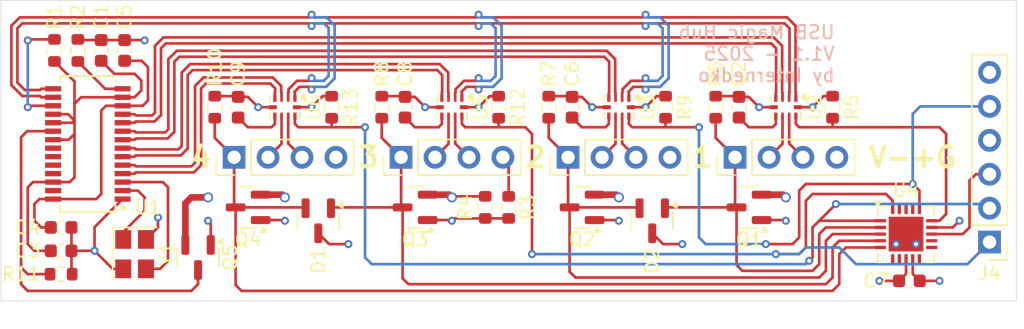
<source format=kicad_pcb>
(kicad_pcb (version 20221018) (generator pcbnew)

  (general
    (thickness 1.6)
  )

  (paper "A4")
  (layers
    (0 "F.Cu" signal)
    (1 "In1.Cu" signal)
    (2 "In2.Cu" signal)
    (31 "B.Cu" signal)
    (32 "B.Adhes" user "B.Adhesive")
    (33 "F.Adhes" user "F.Adhesive")
    (34 "B.Paste" user)
    (35 "F.Paste" user)
    (36 "B.SilkS" user "B.Silkscreen")
    (37 "F.SilkS" user "F.Silkscreen")
    (38 "B.Mask" user)
    (39 "F.Mask" user)
    (40 "Dwgs.User" user "User.Drawings")
    (41 "Cmts.User" user "User.Comments")
    (42 "Eco1.User" user "User.Eco1")
    (43 "Eco2.User" user "User.Eco2")
    (44 "Edge.Cuts" user)
    (45 "Margin" user)
    (46 "B.CrtYd" user "B.Courtyard")
    (47 "F.CrtYd" user "F.Courtyard")
    (48 "B.Fab" user)
    (49 "F.Fab" user)
    (50 "User.1" user)
    (51 "User.2" user)
    (52 "User.3" user)
    (53 "User.4" user)
    (54 "User.5" user)
    (55 "User.6" user)
    (56 "User.7" user)
    (57 "User.8" user)
    (58 "User.9" user)
  )

  (setup
    (stackup
      (layer "F.SilkS" (type "Top Silk Screen"))
      (layer "F.Paste" (type "Top Solder Paste"))
      (layer "F.Mask" (type "Top Solder Mask") (thickness 0.01))
      (layer "F.Cu" (type "copper") (thickness 0.035))
      (layer "dielectric 1" (type "prepreg") (thickness 0.1) (material "FR4") (epsilon_r 4.5) (loss_tangent 0.02))
      (layer "In1.Cu" (type "copper") (thickness 0.035))
      (layer "dielectric 2" (type "core") (thickness 1.24) (material "FR4") (epsilon_r 4.5) (loss_tangent 0.02))
      (layer "In2.Cu" (type "copper") (thickness 0.035))
      (layer "dielectric 3" (type "prepreg") (thickness 0.1) (material "FR4") (epsilon_r 4.5) (loss_tangent 0.02))
      (layer "B.Cu" (type "copper") (thickness 0.035))
      (layer "B.Mask" (type "Bottom Solder Mask") (thickness 0.01))
      (layer "B.Paste" (type "Bottom Solder Paste"))
      (layer "B.SilkS" (type "Bottom Silk Screen"))
      (copper_finish "None")
      (dielectric_constraints no)
    )
    (pad_to_mask_clearance 0)
    (aux_axis_origin 13 13)
    (grid_origin 13 13)
    (pcbplotparams
      (layerselection 0x00010fc_ffffffff)
      (plot_on_all_layers_selection 0x0000000_00000000)
      (disableapertmacros false)
      (usegerberextensions false)
      (usegerberattributes true)
      (usegerberadvancedattributes true)
      (creategerberjobfile false)
      (dashed_line_dash_ratio 12.000000)
      (dashed_line_gap_ratio 3.000000)
      (svgprecision 4)
      (plotframeref false)
      (viasonmask false)
      (mode 1)
      (useauxorigin true)
      (hpglpennumber 1)
      (hpglpenspeed 20)
      (hpglpendiameter 15.000000)
      (dxfpolygonmode true)
      (dxfimperialunits true)
      (dxfusepcbnewfont true)
      (psnegative false)
      (psa4output false)
      (plotreference true)
      (plotvalue true)
      (plotinvisibletext false)
      (sketchpadsonfab false)
      (subtractmaskfromsilk false)
      (outputformat 1)
      (mirror false)
      (drillshape 0)
      (scaleselection 1)
      (outputdirectory "")
    )
  )

  (net 0 "")
  (net 1 "/HUB_3.3V")
  (net 2 "Net-(U2-REF)")
  (net 3 "/GND")
  (net 4 "/HUB_1.8V")
  (net 5 "Net-(U3-REF)")
  (net 6 "/VCC_MCU")
  (net 7 "Net-(U5-REF)")
  (net 8 "Net-(U6-REF)")
  (net 9 "/VBUS1")
  (net 10 "/VBUS2")
  (net 11 "/VBUS3")
  (net 12 "/VBUS4")
  (net 13 "/SEL2")
  (net 14 "/SEL1")
  (net 15 "/~{RESET}")
  (net 16 "/SEL3")
  (net 17 "/~{PWR_ENABLE}")
  (net 18 "Net-(Q1-S)")
  (net 19 "/VBUS_HUB")
  (net 20 "Net-(U1-~{XRSTJ})")
  (net 21 "Net-(U1-REXT)")
  (net 22 "/SEL4")
  (net 23 "Net-(U1-XOUT)")
  (net 24 "Net-(U1-XIN)")
  (net 25 "/DFP4-")
  (net 26 "/DFP4+")
  (net 27 "/DFP3-")
  (net 28 "/DFP3+")
  (net 29 "/DFP2-")
  (net 30 "/DFP2+")
  (net 31 "/DFP1-")
  (net 32 "/DFP1+")
  (net 33 "/UFP-")
  (net 34 "/UFP+")
  (net 35 "unconnected-(U1-DRV-Pad22)")
  (net 36 "unconnected-(U1-LED1{slash}EESCL-Pad23)")
  (net 37 "unconnected-(U1-LED2-Pad24)")
  (net 38 "unconnected-(U1-PWRJ-Pad25)")
  (net 39 "unconnected-(U1-TESTJ{slash}EESDA-Pad27)")
  (net 40 "unconnected-(U4-NC-Pad6)")
  (net 41 "unconnected-(U4-NC-Pad7)")
  (net 42 "unconnected-(U4-NC-Pad10)")
  (net 43 "unconnected-(U4-XTAL1{slash}PB0-Pad11)")
  (net 44 "unconnected-(U4-XTAL2{slash}PB1-Pad12)")
  (net 45 "unconnected-(U4-NC-Pad17)")
  (net 46 "unconnected-(U4-NC-Pad18)")
  (net 47 "unconnected-(U4-NC-Pad19)")
  (net 48 "/D1-")
  (net 49 "/D1+")
  (net 50 "/D2-")
  (net 51 "/D2+")
  (net 52 "/D3-")
  (net 53 "/D3+")
  (net 54 "/D4-")
  (net 55 "/D4+")

  (footprint "Capacitor_SMD:C_0603_1608Metric" (layer "F.Cu") (at 17.5 30))

  (footprint "Resistor_SMD:R_0603_1608Metric" (layer "F.Cu") (at 50.25 21 -90))

  (footprint "Package_TO_SOT_SMD:SOT-23" (layer "F.Cu") (at 27.75 32.25 -90))

  (footprint "Package_TO_SOT_SMD:SOT-23" (layer "F.Cu") (at 36.75 29.5 -90))

  (footprint "Package_DFN_QFN:QFN-20-1EP_4x4mm_P0.5mm_EP2.6x2.6mm" (layer "F.Cu") (at 80.75 30.5))

  (footprint "Resistor_SMD:R_0603_1608Metric" (layer "F.Cu") (at 49.25 28.5 -90))

  (footprint "Package_TO_SOT_SMD:SOT-23" (layer "F.Cu") (at 44 28.5 180))

  (footprint "Resistor_SMD:R_0603_1608Metric" (layer "F.Cu") (at 62.75 21 -90))

  (footprint "Resistor_SMD:R_0603_1608Metric" (layer "F.Cu") (at 37.75 21 -90))

  (footprint "Package_SO:SSOP-28_3.9x9.9mm_P0.635mm" (layer "F.Cu") (at 19.5 23.75 180))

  (footprint "Resistor_SMD:R_0603_1608Metric" (layer "F.Cu") (at 17 16.75 -90))

  (footprint "Resistor_SMD:R_0603_1608Metric" (layer "F.Cu") (at 29 21 -90))

  (footprint "Capacitor_SMD:C_0603_1608Metric" (layer "F.Cu") (at 30.75 21 90))

  (footprint "Connector_PinHeader_2.54mm:PinHeader_1x04_P2.54mm_Vertical" (layer "F.Cu") (at 67.95 24.75 90))

  (footprint "Capacitor_SMD:C_0603_1608Metric" (layer "F.Cu") (at 17.5 31.75))

  (footprint "Resistor_SMD:R_0603_1608Metric" (layer "F.Cu") (at 18.75 16.75 -90))

  (footprint "Package_TO_SOT_SMD:SOT-23" (layer "F.Cu") (at 69 28.5 180))

  (footprint "Connector_PinHeader_2.54mm:PinHeader_1x04_P2.54mm_Vertical" (layer "F.Cu") (at 55.45 24.75 90))

  (footprint "Package_TO_SOT_SMD:SOT-23" (layer "F.Cu") (at 61.75 29.5 -90))

  (footprint "Package_DFN_QFN:Texas_UQFN-10_1.5x2mm_P0.5mm" (layer "F.Cu") (at 59.25 21 -90))

  (footprint "Capacitor_SMD:C_0603_1608Metric" (layer "F.Cu") (at 81 34 180))

  (footprint "Capacitor_SMD:C_0603_1608Metric" (layer "F.Cu") (at 43.25 21 90))

  (footprint "Resistor_SMD:R_0603_1608Metric" (layer "F.Cu") (at 51 28.5 -90))

  (footprint "Resistor_SMD:R_0603_1608Metric" (layer "F.Cu") (at 17.5 33.5 180))

  (footprint "Connector_PinHeader_2.54mm:PinHeader_1x04_P2.54mm_Vertical" (layer "F.Cu") (at 42.95 24.75 90))

  (footprint "Connector_PinHeader_2.54mm:PinHeader_1x06_P2.54mm_Vertical" (layer "F.Cu") (at 87 31.1 180))

  (footprint "Capacitor_SMD:C_0603_1608Metric" (layer "F.Cu") (at 22.25 16.75 90))

  (footprint "Resistor_SMD:R_0603_1608Metric" (layer "F.Cu") (at 75.25 21 -90))

  (footprint "Package_TO_SOT_SMD:SOT-23" (layer "F.Cu") (at 31.5 28.5 180))

  (footprint "Crystal:Crystal_SMD_3225-4Pin_3.2x2.5mm" (layer "F.Cu") (at 23 32 -90))

  (footprint "Package_TO_SOT_SMD:SOT-23" (layer "F.Cu") (at 56.5 28.5 180))

  (footprint "Package_DFN_QFN:Texas_UQFN-10_1.5x2mm_P0.5mm" (layer "F.Cu") (at 46.75 21 -90))

  (footprint "Connector_PinHeader_2.54mm:PinHeader_1x04_P2.54mm_Vertical" (layer "F.Cu") (at 30.45 24.75 90))

  (footprint "Package_DFN_QFN:Texas_UQFN-10_1.5x2mm_P0.5mm" (layer "F.Cu") (at 71.75 21 -90))

  (footprint "Resistor_SMD:R_0603_1608Metric" (layer "F.Cu") (at 66.5 21 -90))

  (footprint "Resistor_SMD:R_0603_1608Metric" (layer "F.Cu") (at 54 21 -90))

  (footprint "Capacitor_SMD:C_0603_1608Metric" (layer "F.Cu") (at 68.25 21 90))

  (footprint "Resistor_SMD:R_0603_1608Metric" (layer "F.Cu") (at 41.5 21 -90))

  (footprint "Package_DFN_QFN:Texas_UQFN-10_1.5x2mm_P0.5mm" (layer "F.Cu") (at 34.25 21 -90))

  (footprint "MountingHole:MountingHole_3.2mm_M3" (layer "F.Cu") (at 80 17))

  (footprint "Capacitor_SMD:C_0603_1608Metric" (layer "F.Cu") (at 55.75 21 90))

  (footprint "Capacitor_SMD:C_0603_1608Metric" (layer "F.Cu") (at 20.5 16.75 90))

  (gr_rect (start 13 13) (end 89 35.5)
    (stroke (width 0.05) (type default)) (fill none) (layer "Edge.Cuts") (tstamp b5589697-c688-471d-a87d-90ced1776025))
  (gr_text "USB Magic Hub\nV1.1 - 2025\nby Internedko" (at 75.5 17) (layer "B.SilkS") (tstamp 3481b98f-3c65-4e42-b6b7-ca700bc3e6f6)
    (effects (font (size 1 1) (thickness 0.15)) (justify left mirror))
  )
  (gr_text "1" (at 65.5 24.75) (layer "F.SilkS") (tstamp 1ae464ae-268c-40b4-b93e-37464e9f063a)
    (effects (font (size 1.5 1.5) (thickness 0.3) bold))
  )
  (gr_text "V-+G" (at 81.25 24.75) (layer "F.SilkS") (tstamp 4eac1b0c-cbe7-40ab-bc7d-93880328da29)
    (effects (font (size 1.5 1.5) (thickness 0.3) bold))
  )
  (gr_text "2" (at 53 24.75) (layer "F.SilkS") (tstamp 63a69254-2145-4ca0-bcc4-73c44fe57bbf)
    (effects (font (size 1.5 1.5) (thickness 0.3) bold))
  )
  (gr_text "4" (at 28 24.75) (layer "F.SilkS") (tstamp a93003f9-c583-4951-96b0-8a2dcbfb8768)
    (effects (font (size 1.5 1.5) (thickness 0.3) bold))
  )
  (gr_text "3" (at 40.5 24.75) (layer "F.SilkS") (tstamp e73ab82f-f664-42e4-9d7a-18bad2fe41d5)
    (effects (font (size 1.5 1.5) (thickness 0.3) bold))
  )

  (segment (start 16.9 23.4325) (end 18.0675 23.4325) (width 0.2) (layer "F.Cu") (net 1) (tstamp 1bcbe2f4-edb5-4e4b-a91f-b89c2815ffa1))
  (segment (start 23.5 19) (end 23 18.5) (width 0.2) (layer "F.Cu") (net 1) (tstamp 21bfd4c0-6a5a-4c0a-8d3f-46d2b852c425))
  (segment (start 16.9 21.5275) (end 18.0275 21.5275) (width 0.2) (layer "F.Cu") (net 1) (tstamp 2793b8f2-40e3-4b8a-ae6e-63c22594af18))
  (segment (start 16.9 26.6075) (end 18.1425 26.6075) (width 0.2) (layer "F.Cu") (net 1) (tstamp 2dd1cff3-55ce-4f4e-a14b-ce7fc9b99d1c))
  (segment (start 18.5 20.75) (end 18.9925 20.2575) (width 0.2) (layer "F.Cu") (net 1) (tstamp 2e8cc5d2-6797-4da0-8d42-f28cfbdffd1d))
  (segment (start 15.5 31.75) (end 16.725 31.75) (width 0.2) (layer "F.Cu") (net 1) (tstamp 3b124af7-8d17-41c2-8e0e-541f8400e497))
  (segment (start 18.5 26.25) (end 18.5 23) (width 0.2) (layer "F.Cu") (net 1) (tstamp 44be52a2-e08a-4e26-9a83-b8c99fddf002))
  (segment (start 15.3925 26.6075) (end 15 27) (width 0.2) (layer "F.Cu") (net 1) (tstamp 4f81cda4-5ec6-4af0-a133-034976890732))
  (segment (start 18.5 22) (end 18.5 20.75) (width 0.2) (layer "F.Cu") (net 1) (tstamp 5ddd1a37-bd45-414e-aeb8-7f0f46850d73))
  (segment (start 22.9925 20.2575) (end 23.5 19.75) (width 0.2) (layer "F.Cu") (net 1) (tstamp 64aa6809-6a3c-4c94-b10b-bf749624d3e2))
  (segment (start 16.9 22.1625) (end 18.3375 22.1625) (width 0.2) (layer "F.Cu") (net 1) (tstamp 6848452f-ce5c-4b3f-96c3-858af4c90e4f))
  (segment (start 22.1 20.2575) (end 22.9925 20.2575) (width 0.2) (layer "F.Cu") (net 1) (tstamp 81ed067b-bb3f-40d0-88fa-f64bbc586bec))
  (segment (start 15 31.25) (end 15.5 31.75) (width 0.2) (layer "F.Cu") (net 1) (tstamp 8232ed46-19ef-40f5-8ea9-b75f4f796619))
  (segment (start 18.5 19.075) (end 17 17.575) (width 0.2) (layer "F.Cu") (net 1) (tstamp 84d69aec-9663-4cce-b2ce-bfd82c72fb60))
  (segment (start 18.0275 21.5275) (end 18.5 22) (width 0.2) (layer "F.Cu") (net 1) (tstamp 86a3c143-56e2-4222-95d8-97e19d848071))
  (segment (start 21.475 18.5) (end 20.5 17.525) (width 0.2) (layer "F.Cu") (net 1) (tstamp 927c637a-a0d1-408e-ab81-f56edd5e2140))
  (segment (start 23 18.5) (end 21.475 18.5) (width 0.2) (layer "F.Cu") (net 1) (tstamp 9876d916-eb29-4c2f-be74-db5f58e622e1))
  (segment (start 18.9925 20.2575) (end 22.1 20.2575) (width 0.2) (layer "F.Cu") (net 1) (tstamp acfd9f0b-bd1a-462c-938f-3a1bc6e6013d))
  (segment (start 18.1425 26.6075) (end 18.5 26.25) (width 0.2) (layer "F.Cu") (net 1) (tstamp cebb3e70-5420-45a8-82fb-66d9a16d2f48))
  (segment (start 18.0675 23.4325) (end 18.5 23) (width 0.2) (layer "F.Cu") (net 1) (tstamp d5e561ba-4299-4736-9da6-a087bfba24f1))
  (segment (start 16.9 26.6075) (end 15.3925 26.6075) (width 0.2) (layer "F.Cu") (net 1) (tstamp dca572fc-cf3d-4c22-aaba-d4284eb458d2))
  (segment (start 18.5 20.75) (end 18.5 19.075) (width 0.2) (layer "F.Cu") (net 1) (tstamp dd6b09c8-4331-4a37-b628-dc9bb5ff920c))
  (segment (start 18.5 23) (end 18.5 22) (width 0.2) (layer "F.Cu") (net 1) (tstamp e57749a7-7b0e-4c1a-b8a2-f33e65f97cac))
  (segment (start 15 27) (end 15 31.25) (width 0.2) (layer "F.Cu") (net 1) (tstamp ecc67431-ad84-4e03-91f0-b67bb9db5b01))
  (segment (start 23.5 19.75) (end 23.5 19) (width 0.2) (layer "F.Cu") (net 1) (tstamp f85ed935-8378-4f93-961a-f2bc444b5d85))
  (segment (start 18.3375 22.1625) (end 18.5 22) (width 0.2) (layer "F.Cu") (net 1) (tstamp fbf87728-1716-4759-b4b2-1d5737e73c18))
  (segment (start 71 22.25) (end 70.75 22.5) (width 0.2) (layer "F.Cu") (net 2) (tstamp a0ccc694-21c2-4ba4-848e-8ad5a6c6d430))
  (segment (start 71 21.675) (end 71 22.25) (width 0.2) (layer "F.Cu") (net 2) (tstamp cd90bfb8-b9ff-4350-b16f-9c7f4125079b))
  (segment (start 70.75 22.5) (end 68.975 22.5) (width 0.2) (layer "F.Cu") (net 2) (tstamp ef9889a3-5578-408a-aa1f-a9659b89c1d6))
  (segment (start 68.975 22.5) (end 68.25 21.775) (width 0.2) (layer "F.Cu") (net 2) (tstamp fe3f4316-32af-4c47-a9d6-05d7fa348af6))
  (segment (start 80.75 32.425) (end 80.75 33.475) (width 0.2) (layer "F.Cu") (net 3) (tstamp 035195bb-ccd7-4475-a0b9-b4f776297afa))
  (segment (start 21.35 33.1) (end 20 31.75) (width 0.2) (layer "F.Cu") (net 3) (tstamp 1173751f-693a-48d7-befc-1f34daec63da))
  (segment (start 41.5 20.175) (end 43.2 20.175) (width 0.2) (layer "F.Cu") (net 3) (tstamp 12bf7536-b244-432b-bdce-c8aacebdbbca))
  (segment (start 70.85 21) (end 69.75 21) (width 0.2) (layer "F.Cu") (net 3) (tstamp 14075e3f-f279-48cb-8c8e-0970f6c3f7a6))
  (segment (start 20.5 15.975) (end 18.8 15.975) (width 0.2) (layer "F.Cu") (net 3) (tstamp 18223e7c-5c5a-4703-b1b7-19cf4f6b0852))
  (segment (start 18.275 31.75) (end 20 31.75) (width 0.2) (layer "F.Cu") (net 3) (tstamp 1b4e864c-d37c-4504-9a6b-522f06eaf007))
  (segment (start 51 27.675) (end 51 25.18) (width 0.2) (layer "F.Cu") (net 3) (tstamp 1e133a50-40dd-4d80-aa60-5afe89c82b36))
  (segment (start 45.85 21) (end 44.75 21) (width 0.2) (layer "F.Cu") (net 3) (tstamp 1ead5278-dbb5-4b97-82d2-a666907767c1))
  (segment (start 24.75 30) (end 24.75 29.25) (width 0.2) (layer "F.Cu") (net 3) (tstamp 2d84e6b2-7dd5-4c98-87d3-900610cbfd29))
  (segment (start 31.475 20.225) (end 32.25 21) (width 0.2) (layer "F.Cu") (net 3) (tstamp 3303ab9d-36de-49d0-bb29-7d6db324809a))
  (segment (start 20 29.9775) (end 20 31.75) (width 0.2) (layer "F.Cu") (net 3) (tstamp 334ca3b7-cab5-4033-b2b0-c2acad916ec1))
  (segment (start 51 25.18) (end 50.57 24.75) (width 0.2) (layer "F.Cu") (net 3) (tstamp 4146d53a-4f75-46b3-b5ac-1aeb5c73cc44))
  (segment (start 18.8 15.975) (end 18.75 15.925) (width 0.2) (layer "F.Cu") (net 3) (tstamp 46270281-b3ae-4a72-a304-c710e7feb25d))
  (segment (start 54 20.175) (end 55.7 20.175) (width 0.2) (layer "F.Cu") (net 3) (tstamp 4c8c3665-3449-4150-aa5f-cb442f47f08f))
  (segment (start 23.725 15.975) (end 23.75 16) (width 0.2) (layer "F.Cu") (net 3) (tstamp 50fa9d28-145a-40c3-ba43-98390d7f48a4))
  (segment (start 43.25 20.225) (end 43.975 20.225) (width 0.2) (layer "F.Cu") (net 3) (tstamp 5bdb12a5-171e-46fa-8dff-b6b8a38bc7a6))
  (segment (start 33.35 21) (end 32.25 21) (width 0.2) (layer "F.Cu") (net 3) (tstamp 67cc1057-dbc0-40f9-80c4-7e5756bc4de1))
  (segment (start 30.75 20.225) (end 31.475 20.225) (width 0.2) (layer "F.Cu") (net 3) (tstamp 7172902a-ac30-4c86-831e-bd2d3b65b960))
  (segment (start 18.275001 30.000001) (end 18.275 29.725) (width 0.2) (layer "F.Cu") (net 3) (tstamp 72be314f-ba4f-432d-8700-859f8bd23e62))
  (segment (start 56.475 20.225) (end 57.25 21) (width 0.2) (layer "F.Cu") (net 3) (tstamp 7c729418-3f5e-4c01-98a0-8100f20e8f9c))
  (segment (start 18.275 31.75) (end 18.275 33.45) (width 0.2) (layer "F.Cu") (net 3) (tstamp 8145f723-8f2b-4f6e-bb76-597fa33797a3))
  (segment (start 80.225 34) (end 78.75 34) (width 0.2) (layer "F.Cu") (net 3) (tstamp 887d652c-441f-4e96-bf58-f9a5ed1602f7))
  (segment (start 68.975 20.225) (end 69.75 21) (width 0.2) (layer "F.Cu") (net 3) (tstamp 8fcac191-bab9-4f25-a18a-1c4567c808b1))
  (segment (start 23.85 30.9) (end 24.75 30) (width 0.2) (layer "F.Cu") (net 3) (tstamp 92b3a389-0587-4358-a8cc-4b423a3cc9fd))
  (segment (start 18.275 33.45) (end 18.325 33.5) (width 0.2) (layer "F.Cu") (net 3) (tstamp 94f89520-9062-4a50-b656-170a848a82df))
  (segment (start 22.25 15.975) (end 20.5 15.975) (width 0.2) (layer "F.Cu") (net 3) (tstamp 9a822b56-e272-4aad-978d-844418857261))
  (segment (start 80.75 33.475) (end 80.225 34) (width 0.2) (layer "F.Cu") (net 3) (tstamp acfdf9af-0940-4aba-989a-5e0b60246dbc))
  (segment (start 68.2 20.175) (end 68.25 20.225) (width 0.2) (layer "F.Cu") (net 3) (tstamp ba97f2b1-4297-440c-9941-acea9a590a25))
  (segment (start 43.2 20.175) (end 43.25 20.225) (width 0.2) (layer "F.Cu") (net 3) (tstamp bea8b4cc-4553-4f38-9b3c-360ab30d78b9))
  (segment (start 29 20.175) (end 30.7 20.175) (width 0.2) (layer "F.Cu") (net 3) (tstamp bf1ef48c-295a-4884-9b6e-35331c651209))
  (segment (start 58.35 21) (end 57.25 21) (width 0.2) (layer "F.Cu") (net 3) (tstamp c6382bab-daa4-42af-843d-95b769aae09a))
  (segment (start 22.1 27.8775) (end 20 29.9775) (width 0.2) (layer "F.Cu") (net 3) (tstamp cfa9e976-7224-4f48-aa7b-29334353303a))
  (segment (start 18.275 30) (end 18.275 31.75) (width 0.2) (layer "F.Cu") (net 3) (tstamp d09dcfec-bf62-420c-88e4-e350115b4213))
  (segment (start 55.7 20.175) (end 55.75 20.225) (width 0.2) (layer "F.Cu") (net 3) (tstamp da08c526-ce19-45ae-9bd1-03b668cc1ca4))
  (segment (start 30.7 20.175) (end 30.75 20.225) (width 0.2) (layer "F.Cu") (net 3) (tstamp e03f7dc7-d953-48fe-b63f-8da10782805d))
  (segment (start 68.25 20.225) (end 68.975 20.225) (width 0.2) (layer "F.Cu") (net 3) (tstamp e05d93a4-167e-44fe-adbb-4b5501afac4f))
  (segment (start 43.975 20.225) (end 44.75 21) (width 0.2) (layer "F.Cu") (net 3) (tstamp e088ef01-d8c8-4a6b-bfad-cd2ef7c1da65))
  (segment (start 55.75 20.225) (end 56.475 20.225) (width 0.2) (layer "F.Cu") (net 3) (tstamp e0c2d784-c30f-4670-b266-287460b67861))
  (segment (start 66.5 20.175) (end 68.2 20.175) (width 0.2) (layer "F.Cu") (net 3) (tstamp e1d8a909-9ce6-4e5f-9089-47d7a9169975))
  (segment (start 22.15 33.1) (end 21.35 33.1) (width 0.2) (layer "F.Cu") (net 3) (tstamp e4d750cf-783c-4869-8d95-47da2add310d))
  (segment (start 22.25 15.975) (end 23.725 15.975) (width 0.2) (layer "F.Cu") (net 3) (tstamp ef5f35a8-c9d3-412a-9f54-31f49b25842a))
  (via (at 80 31.25) (size 0.6) (drill 0.3) (layers "F.Cu" "B.Cu") (net 3) (tstamp 57797506-36fa-4b74-9a56-53399d7c9a45))
  (via (at 20 31.75) (size 0.6) (drill 0.3) (layers "F.Cu" "B.Cu") (net 3) (tstamp 67ea1faa-738c-4267-8548-75d4b1a8cfb7))
  (via (at 32.25 21) (size 0.6) (drill 0.3) (layers "F.Cu" "B.Cu") (net 3) (tstamp 8e4c3c67-0367-478f-b913-5460fb1f59f4))
  (via (at 81.5 31.25) (size 0.6) (drill 0.3) (layers "F.Cu" "B.Cu") (net 3) (tstamp 9792b0ea-ad16-4640-86e8-94f9a4b78191))
  (via (at 78.75 34) (size 0.6) (drill 0.3) (layers "F.Cu" "B.Cu") (net 3) (tstamp 9cf09b8f-26e6-4313-b05a-778ce417560d))
  (via (at 23.75 16) (size 0.6) (drill 0.3) (layers "F.Cu" "B.Cu") (net 3) (tstamp a34569e2-f9a4-4b83-b061-d08333791742))
  (via (at 69.75 21) (size 0.6) (drill 0.3) (layers "F.Cu" "B.Cu") (net 3) (tstamp b1fdbc22-04da-4bb0-838d-11d78f4116b9))
  (via (at 57.25 21) (size 0.6) (drill 0.3) (layers "F.Cu" "B.Cu") (net 3) (tstamp c34436eb-4f02-49de-88f3-937e49697da9))
  (via (at 24.75 29.25) (size 0.6) (drill 0.3) (layers "F.Cu" "B.Cu") (net 3) (tstamp e733ad17-3266-4180-ae45-3feed0bb4103))
  (via (at 44.75 21) (size 0.6) (drill 0.3) (layers "F.Cu" "B.Cu") (net 3) (tstamp f556c9fa-8d4d-4b39-976e-17950ce0641d))
  (segment (start 20.5 21.25) (end 20.5 27.5) (width 0.2) (layer "F.Cu") (net 4) (tstamp 04cdb7cc-ae26-4c12-b16f-44a41777175c))
  (segment (start 20.5 27.5) (end 20.1225 27.8775) (width 0.2) (layer "F.Cu") (net 4) (tstamp 06748f88-3dda-4d26-b6e2-82b9e720eb48))
  (segment (start 22.1 20.8925) (end 23.6075 20.8925) (width 0.2) (layer "F.Cu") (net 4) (tstamp 2dbb57b3-1eac-4ee0-9be0-57445d04a4bd))
  (segment (start 23.525 17.525) (end 22.25 17.525) (width 0.2) (layer "F.Cu") (net 4) (tstamp 3e54c09b-4078-44f5-ad2f-61e040284ffd))
  (segment (start 16.9 27.8775) (end 15.8725 27.8775) (width 0.2) (layer "F.Cu") (net 4) (tstamp 47bdbb1d-c17b-4ce4-8ebd-1311caffbf87))
  (segment (start 20.8575 20.8925) (end 20.5 21.25) (width 0.2) (layer "F.Cu") (net 4) (tstamp 4904c760-2312-4364-93fa-4d23bcb0be91))
  (segment (start 16 30) (end 16.725 30) (width 0.2) (layer "F.Cu") (net 4) (tstamp 5423263c-f789-4ed5-bbc4-a73dfb0e4644))
  (segment (start 23.6075 20.8925) (end 24 20.5) (width 0.2) (layer "F.Cu") (net 4) (tstamp 569358fb-2813-43c5-9233-20eeb09c1afd))
  (segment (start 24 18) (end 23.525 17.525) (width 0.2) (layer "F.Cu") (net 4) (tstamp 5db6ed51-43be-4b23-8107-3bd064fc38d0))
  (segment (start 15.5 29.5) (end 16 30) (width 0.2) (layer "F.Cu") (net 4) (tstamp 7aa1ad89-8416-4b63-917a-60a58961ae5f))
  (segment (start 22.1 20.8925) (end 20.8575 20.8925) (width 0.2) (layer "F.Cu") (net 4) (tstamp 84bf43a5-8db1-4d16-bc21-2c72c522ce0b))
  (segment (start 24 20.5) (end 24 18) (width 0.2) (layer "F.Cu") (net 4) (tstamp 922ab673-aa94-4f47-917d-3d463c8ddaf4))
  (segment (start 15.8725 27.8775) (end 15.5 28.25) (width 0.2) (layer "F.Cu") (net 4) (tstamp b6524bcf-0b69-4649-8068-41d054ef7f8f))
  (segment (start 15.5 28.25) (end 15.5 29.5) (width 0.2) (layer "F.Cu") (net 4) (tstamp d48cd7e2-4ed1-4c19-8f1b-9f87847f991c))
  (segment (start 20.1225 27.8775) (end 16.9 27.8775) (width 0.2) (layer "F.Cu") (net 4) (tstamp e5d96ea0-227d-4aec-af32-35b87196d392))
  (segment (start 58.5 21.675) (end 58.5 22.25) (width 0.2) (layer "F.Cu") (net 5) (tstamp 48d15175-1a56-48e6-94c3-04cc5fd40482))
  (segment (start 56.475 22.5) (end 55.75 21.775) (width 0.2) (layer "F.Cu") (net 5) (tstamp 5d1ceabd-20b9-40ae-8a7c-4c346295b5ca))
  (segment (start 58.5 22.25) (end 58.25 22.5) (width 0.2) (layer "F.Cu") (net 5) (tstamp d1b7775a-7a0f-4004-b959-a1e27707194f))
  (segment (start 58.25 22.5) (end 56.475 22.5) (width 0.2) (layer "F.Cu") (net 5) (tstamp fde2a044-2e46-4579-8b3b-d2681f6d2f51))
  (segment (start 36.75 30.4375) (end 37.5625 31.25) (width 0.2) (layer "F.Cu") (net 6) (tstamp 067344d9-695a-4a45-9639-440eef9e9941))
  (segment (start 74.575 20.175) (end 73.75 21) (width 0.2) (layer "F.Cu") (net 6) (tstamp 0f036211-ce7d-424a-ac70-b21596b05ab5))
  (segment (start 62.75 20.175) (end 62.075 20.175) (width 0.2) (layer "F.Cu") (net 6) (tstamp 1f93352d-3ab5-42ae-a197-80ec8977bed1))
  (segment (start 62.5625 31.25) (end 64 31.25) (width 0.2) (layer "F.Cu") (net 6) (tstamp 21dec218-f792-4461-8443-fb7fe5d116fb))
  (segment (start 49.575 20.175) (end 48.75 21) (width 0.2) (layer "F.Cu") (net 6) (tstamp 2c22ba10-0799-4a9a-84ce-3bc81335b913))
  (segment (start 37.5625 31.25) (end 39 31.25) (width 0.2) (layer "F.Cu") (net 6) (tstamp 3c96f87c-9a68-4c28-9ed7-4844182dbcf2))
  (segment (start 37.075 20.175) (end 36.25 21) (width 0.2) (layer "F.Cu") (net 6) (tstamp 5099f06b-65be-4b02-928f-1e369ef379c5))
  (segment (start 81.25 33.475) (end 81.775 34) (width 0.2) (layer "F.Cu") (net 6) (tstamp 6626cfcf-aeff-4924-a200-d47adc15b9b8))
  (segment (start 60.15 21) (end 61.25 21) (width 0.2) (layer "F.Cu") (net 6) (tstamp 703889c4-b90b-45ce-9407-98628000d4fb))
  (segment (start 50.25 20.175) (end 49.575 20.175) (width 0.2) (layer "F.Cu") (net 6) (tstamp 72296cd6-11bd-4720-98e9-d8a39c844a2d))
  (segment (start 61.75 30.4375) (end 62.5625 31.25) (width 0.2) (layer "F.Cu") (net 6) (tstamp 728c114c-d141-4cc0-bb88-a2edf037a4e8))
  (segment (start 47.65 21) (end 48.75 21) (width 0.2) (layer "F.Cu") (net 6) (tstamp 78df6e4a-63b0-4996-90ce-7ab06d672d4d))
  (segment (start 37.75 20.175) (end 37.075 20.175) (width 0.2) (layer "F.Cu") (net 6) (tstamp 83aa1d43-d967-4d05-88dd-0213661415f7))
  (segment (start 75.25 20.175) (end 74.575 20.175) (width 0.2) (layer "F.Cu") (net 6) (tstamp 87e90f9f-0bfe-406b-b365-ec50421a36f2))
  (segment (start 62.075 20.175) (end 61.25 21) (width 0.2) (layer "F.Cu") (net 6) (tstamp a55ee62d-cca4-4004-9fc1-d6889af676bc))
  (segment (start 35.15 21) (end 36.25 21) (width 0.2) (layer "F.Cu") (net 6) (tstamp b7a4ca80-6718-4e54-b62d-1d291a0db714))
  (segment (start 81.25 32.425) (end 81.25 33.475) (width 0.2) (layer "F.Cu") (net 6) (tstamp d29ecac5-eccf-45b9-9a3c-c14fd31b62c9))
  (segment (start 81.775 34) (end 83.25 34) (width 0.2) (layer "F.Cu") (net 6) (tstamp eb39cbe7-f1f4-4d0b-815b-47ab0338f4e4))
  (segment (start 72.65 21) (end 73.75 21) (width 0.2) (layer "F.Cu") (net 6) (tstamp fae86873-5c39-4cf5-950b-0a5e58a49202))
  (via (at 61.25 21) (size 0.6) (drill 0.3) (layers "F.Cu" "B.Cu") (net 6) (tstamp 01956455-ea6e-43fe-ae64-bbc89bb331f6))
  (via (at 83.25 34) (size 0.6) (drill 0.3) (layers "F.Cu" "B.Cu") (net 6) (tstamp 3680a02e-0bfd-43f5-9b78-39f1ecbc96c1))
  (via (at 48.75 21) (size 0.6) (drill 0.3) (layers "F.Cu" "B.Cu") (net 6) (tstamp 3ca44dc1-e6db-4304-b412-e2f8bbe3f1df))
  (via (at 64 31.25) (size 0.6) (drill 0.3) (layers "F.Cu" "B.Cu") (net 6) (tstamp 5a3d0042-08e3-4a5c-b868-7f15bb64e926))
  (via (at 36.25 21) (size 0.6) (drill 0.3) (layers "F.Cu" "B.Cu") (net 6) (tstamp 7a7a1524-ce19-47c2-822f-c03e3fca3974))
  (via (at 73.75 21) (size 0.6) (drill 0.3) (layers "F.Cu" "B.Cu") (net 6) (tstamp bd767806-1ea9-43e1-a789-403c4248ad5a))
  (via (at 39 31.25) (size 0.6) (drill 0.3) (layers "F.Cu" "B.Cu") (net 6) (tstamp d256db0b-8bc4-4804-a74b-c789f0b2eb0e))
  (segment (start 46 21.675) (end 46 22.25) (width 0.2) (layer "F.Cu") (net 7) (tstamp 66e0b41c-9c29-4d5c-a282-c22b43d7d46e))
  (segment (start 45.75 22.5) (end 43.975 22.5) (width 0.2) (layer "F.Cu") (net 7) (tstamp 873c96df-32c9-4ee4-9e4f-5d1bfa519f5e))
  (segment (start 43.975 22.5) (end 43.25 21.775) (width 0.2) (layer "F.Cu") (net 7) (tstamp 9a57cee2-4d71-4ba6-abfe-fa99052ca120))
  (segment (start 46 22.25) (end 45.75 22.5) (width 0.2) (layer "F.Cu") (net 7) (tstamp f8049e70-46ec-4a51-ae45-ffd43afabac8))
  (segment (start 33.5 21.675) (end 33.5 22.25) (width 0.2) (layer "F.Cu") (net 8) (tstamp 10a175cb-e8d8-4fa1-bddb-dabe306be797))
  (segment (start 33.5 22.25) (end 33.25 22.5) (width 0.2) (layer "F.Cu") (net 8) (tstamp 7da91e2c-cd6f-46a4-a439-8735e1a2444c))
  (segment (start 33.25 22.5) (end 31.475 22.5) (width 0.2) (layer "F.Cu") (net 8) (tstamp b5c2d0c2-5307-4c92-ba42-e49ce43e78a8))
  (segment (start 31.475 22.5) (end 30.75 21.775) (width 0.2) (layer "F.Cu") (net 8) (tstamp db732d93-e8de-4540-8385-891e3e93ac16))
  (segment (start 66.5 23.3) (end 67.95 24.75) (width 0.2) (layer "F.Cu") (net 9) (tstamp 012b30ea-e45b-4888-beab-81fc71b062c9))
  (segment (start 68.5 33.25) (end 73.75 33.25) (width 0.2) (layer "F.Cu") (net 9) (tstamp 1e7da2bb-52d2-44e8-b3cb-1616af376586))
  (segment (start 62.7625 28.5) (end 68.0625 28.5) (width 0.2) (layer "F.Cu") (net 9) (tstamp 25b55041-a07f-434b-bca8-e62c46b66f45))
  (segment (start 74.75 30) (end 78.825 30) (width 0.2) (layer "F.Cu") (net 9) (tstamp 2f5be962-20b1-481c-ae2d-5e90a22b5e40))
  (segment (start 66.5 21.825) (end 66.5 23.3) (width 0.2) (layer "F.Cu") (net 9) (tstamp 341549d8-e282-47ed-8a0a-54f1c17995f2))
  (segment (start 62.7 28.5625) (end 62.7625 28.5) (width 0.2) (layer "F.Cu") (net 9) (tstamp 353f6083-bc1c-42f7-94db-989b24f04780))
  (segment (start 67.95 28.3875) (end 68.0625 28.5) (width 0.2) (layer "F.Cu") (net 9) (tstamp 4be1602b-517d-4c2b-8569-cbe369b0c484))
  (segment (start 68.0625 32.8125) (end 68.0625 28.5) (width 0.2) (layer "F.Cu") (net 9) (tstamp 6a36bb5c-60b9-48a8-8d0d-837c2a01fdf4))
  (segment (start 74.25 30.5) (end 74.75 30) (width 0.2) (layer "F.Cu") (net 9) (tstamp 78b6f7c5-a06e-472f-9193-37c3ea3dadfb))
  (segment (start 74.25 32.75) (end 74.25 30.5) (width 0.2) (layer "F.Cu") (net 9) (tstamp 7e3922e1-f895-4b6f-bbeb-b4f00ec66708))
  (segment (start 67.95 24.75) (end 67.95 28.3875) (width 0.2) (layer "F.Cu") (net 9) (tstamp a1cd839b-8087-436d-9332-eef62c4396c7))
  (segment (start 68.5 33.25) (end 68.0625 32.8125) (width 0.2) (layer "F.Cu") (net 9) (tstamp b137df83-f04f-48fc-ba7e-55dec1783703))
  (segment (start 73.75 33.25) (end 74.25 32.75) (width 0.2) (layer "F.Cu") (net 9) (tstamp b1770cd2-5d09-49bd-867d-3cb79797418e))
  (segment (start 56 33.75) (end 55.5625 33.3125) (width 0.2) (layer "F.Cu") (net 10) (tstamp 10a4aa2d-78c7-4f01-b324-d520f706aa32))
  (segment (start 54 23.3) (end 55.45 24.75) (width 0.2) (layer "F.Cu") (net 10) (tstamp 12a3c925-97db-4993-99fa-08b4710f141f))
  (segment (start 74.25 33.75) (end 74.75 33.25) (width 0.2) (layer "F.Cu") (net 10) (tstamp 429eb77a-6ce0-48f0-9bf4-c5cc7cb1772f))
  (segment (start 55.45 28.3875) (end 55.5625 28.5) (width 0.2) (layer "F.Cu") (net 10) (tstamp 4cf1bd87-2c5a-4f8e-8a28-aac053309eb0))
  (segment (start 60.7375 28.5) (end 60.8 28.5625) (width 0.2) (layer "F.Cu") (net 10) (tstamp 6c1d4db1-ba33-4b84-9b6d-8c6cd197ebb4))
  (segment (start 56 33.75) (end 74.25 33.75) (width 0.2) (layer "F.Cu") (net 10) (tstamp 6cbe4434-7062-466b-8949-0e124c09f903))
  (segment (start 74.75 33.25) (end 74.75 31) (width 0.2) (layer "F.Cu") (net 10) (tstamp 6fc63f8e-3a40-46a5-8842-249ea841573c))
  (segment (start 74.75 31) (end 75.25 30.5) (width 0.2) (layer "F.Cu") (net 10) (tstamp 926f88a9-3b7e-4ae0-a518-ed9478cefd61))
  (segment (start 55.5625 28.5) (end 60.7375 28.5) (width 0.2) (layer "F.Cu") (net 10) (tstamp a961b39b-5db6-40e5-8161-8ae718662c7e))
  (segment (start 54 21.825) (end 54 23.3) (width 0.2) (layer "F.Cu") (net 10) (tstamp be36e1e1-703a-45e3-ac03-6c7dd291296e))
  (segment (start 55.5625 33.3125) (end 55.5625 28.5) (width 0.2) (layer "F.Cu") (net 10) (tstamp be7ea339-a3ee-4c29-80ed-a1e85f24ef46))

... [220618 chars truncated]
</source>
